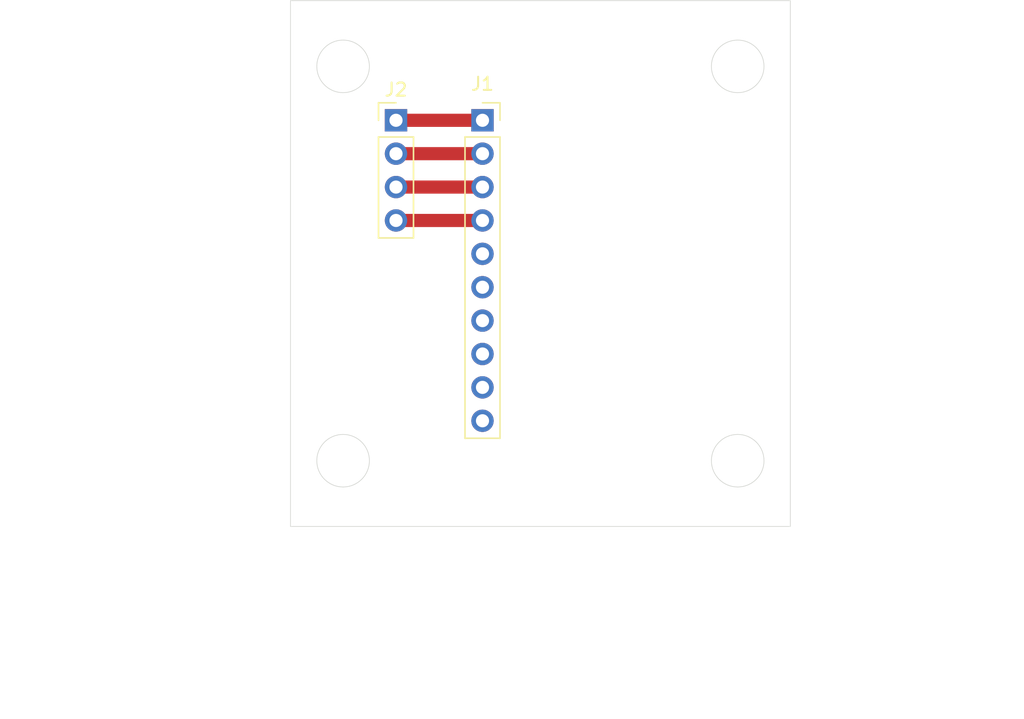
<source format=kicad_pcb>
(kicad_pcb (version 20221018) (generator pcbnew)
  (layers (0 "F.Cu" signal) (31 "B.Cu" signal) (34 "B.Paste" user) (35 "F.Paste" user) (36 "B.SilkS" user "B.Silkscreen") (37 "F.SilkS" user "F.Silkscreen") (38 "B.Mask" user) (39 "F.Mask" user) (44 "Edge.Cuts" user))
  (net 0 "")
  (net 1 "Net-(J1-Pin_1)")
  (net 2 "Net-(J1-Pin_2)")
  (net 3 "Net-(J1-Pin_3)")
  (net 4 "Net-(J1-Pin_4)")
  (footprint "Connector_PinSocket_2.54mm:PinSocket_1x10_P2.54mm_Vertical" (layer "F.Cu") (at 85.598 54.102)
    (fp_text reference "J1" (at 0 -2.77) (layer "F.SilkS"))
    (fp_text value "Conn_01x10_Socket")
    (fp_line (start -1.33 1.27) (end -1.33 24.19) (stroke (width 0.12)) (layer "F.SilkS"))
    (fp_line (start -1.33 1.27) (end 1.33 1.27) (stroke (width 0.12)) (layer "F.SilkS"))
    (fp_line (start -1.33 24.19) (end 1.33 24.19) (stroke (width 0.12)) (layer "F.SilkS"))
    (fp_line (start 0 -1.33) (end 1.33 -1.33) (stroke (width 0.12)) (layer "F.SilkS"))
    (fp_line (start 1.33 -1.33) (end 1.33 0) (stroke (width 0.12)) (layer "F.SilkS"))
    (fp_line (start 1.33 1.27) (end 1.33 24.19) (stroke (width 0.12)) (layer "F.SilkS"))
    (pad "1" thru_hole rect (at 0 0) (size 1.7 1.7) (drill 1) (layers "*.Cu" "*.Mask") (net 1 "Net-(J1-Pin_1)"))
    (pad "2" thru_hole oval (at 0 2.54) (size 1.7 1.7) (drill 1) (layers "*.Cu" "*.Mask") (net 2 "Net-(J1-Pin_2)"))
    (pad "3" thru_hole oval (at 0 5.08) (size 1.7 1.7) (drill 1) (layers "*.Cu" "*.Mask") (net 3 "Net-(J1-Pin_3)"))
    (pad "4" thru_hole oval (at 0 7.62) (size 1.7 1.7) (drill 1) (layers "*.Cu" "*.Mask") (net 4 "Net-(J1-Pin_4)"))
    (pad "5" thru_hole oval (at 0 10.16) (size 1.7 1.7) (drill 1) (layers "*.Cu" "*.Mask"))
    (pad "6" thru_hole oval (at 0 12.7) (size 1.7 1.7) (drill 1) (layers "*.Cu" "*.Mask"))
    (pad "7" thru_hole oval (at 0 15.24) (size 1.7 1.7) (drill 1) (layers "*.Cu" "*.Mask"))
    (pad "8" thru_hole oval (at 0 17.78) (size 1.7 1.7) (drill 1) (layers "*.Cu" "*.Mask"))
    (pad "9" thru_hole oval (at 0 20.32) (size 1.7 1.7) (drill 1) (layers "*.Cu" "*.Mask"))
    (pad "10" thru_hole oval (at 0 22.86) (size 1.7 1.7) (drill 1) (layers "*.Cu" "*.Mask"))
  )
  (footprint "Connector_PinHeader_2.54mm:PinHeader_1x04_P2.54mm_Vertical" (layer "F.Cu") (at 79.022 54.102)
    (fp_text reference "J2" (at 0 -2.33) (layer "F.SilkS"))
    (fp_text value "Conn_01x04_Pin")
    (fp_line (start -1.33 -1.33) (end 0 -1.33) (stroke (width 0.12)) (layer "F.SilkS"))
    (fp_line (start -1.33 0) (end -1.33 -1.33) (stroke (width 0.12)) (layer "F.SilkS"))
    (fp_line (start -1.33 1.27) (end -1.33 8.95) (stroke (width 0.12)) (layer "F.SilkS"))
    (fp_line (start -1.33 1.27) (end 1.33 1.27) (stroke (width 0.12)) (layer "F.SilkS"))
    (fp_line (start -1.33 8.95) (end 1.33 8.95) (stroke (width 0.12)) (layer "F.SilkS"))
    (fp_line (start 1.33 1.27) (end 1.33 8.95) (stroke (width 0.12)) (layer "F.SilkS"))
    (pad "1" thru_hole rect (at 0 0) (size 1.7 1.7) (drill 1) (layers "*.Cu" "*.Mask") (net 1 "Net-(J1-Pin_1)"))
    (pad "2" thru_hole oval (at 0 2.54) (size 1.7 1.7) (drill 1) (layers "*.Cu" "*.Mask") (net 2 "Net-(J1-Pin_2)"))
    (pad "3" thru_hole oval (at 0 5.08) (size 1.7 1.7) (drill 1) (layers "*.Cu" "*.Mask") (net 3 "Net-(J1-Pin_3)"))
    (pad "4" thru_hole oval (at 0 7.62) (size 1.7 1.7) (drill 1) (layers "*.Cu" "*.Mask") (net 4 "Net-(J1-Pin_4)"))
  )
  (gr_circle (center 75 80) (end 77 80) (stroke (width 0.05)) (fill none) (layer "Edge.Cuts"))
  (gr_circle (center 105 50) (end 105 52) (stroke (width 0.05)) (fill none) (layer "Edge.Cuts"))
  (gr_circle (center 75 50) (end 77 50) (stroke (width 0.05)) (fill none) (layer "Edge.Cuts"))
  (gr_circle (center 105 80) (end 107 80) (stroke (width 0.05)) (fill none) (layer "Edge.Cuts"))
  (gr_rect (start 71 45) (end 109 85) (stroke (width 0.05)) (fill none) (layer "Edge.Cuts"))
  (segment (start 79.022 54.102) (end 85.598 54.102) (width 1) (layer "F.Cu") (net 1))
  (segment (start 79.022 56.642) (end 85.598 56.642) (width 1) (layer "F.Cu") (net 2))
  (segment (start 79.022 59.182) (end 85.598 59.182) (width 1) (layer "F.Cu") (net 3))
  (segment (start 79.022 61.722) (end 85.598 61.722) (width 1) (layer "F.Cu") (net 4))
)
</source>
